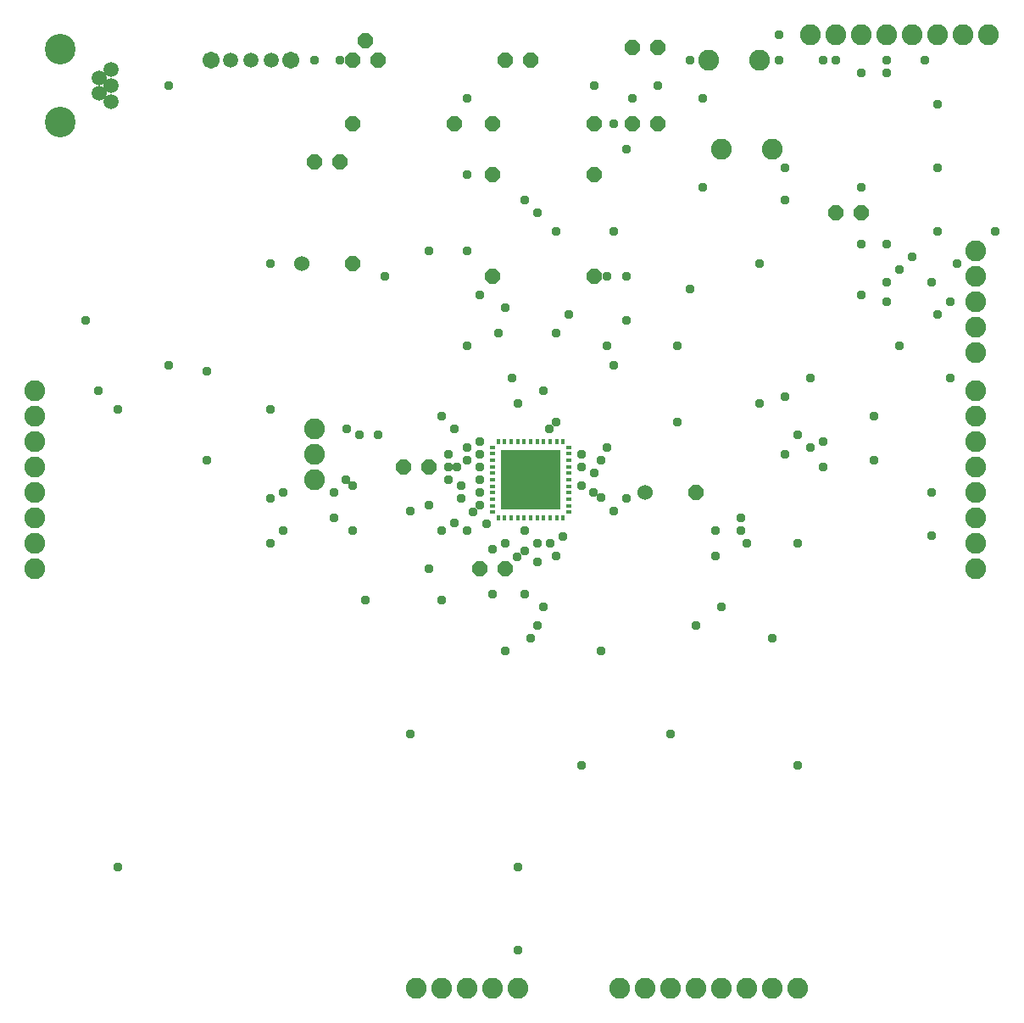
<source format=gbr>
G04 EAGLE Gerber RS-274X export*
G75*
%MOMM*%
%FSLAX34Y34*%
%LPD*%
%INSoldermask Bottom*%
%IPPOS*%
%AMOC8*
5,1,8,0,0,1.08239X$1,22.5*%
G01*
%ADD10P,1.649562X8X202.500000*%
%ADD11P,1.649562X8X22.500000*%
%ADD12C,1.524000*%
%ADD13C,1.511200*%
%ADD14C,3.053200*%
%ADD15P,1.649562X8X112.500000*%
%ADD16R,0.525000X0.400000*%
%ADD17R,0.400000X0.525000*%
%ADD18R,5.925000X5.925000*%
%ADD19C,2.082800*%
%ADD20C,1.711200*%
%ADD21C,0.959600*%


D10*
X419100Y546100D03*
X393700Y546100D03*
X495300Y444500D03*
X469900Y444500D03*
X850900Y800100D03*
X825500Y800100D03*
X520700Y952500D03*
X495300Y952500D03*
D11*
X304800Y850900D03*
X330200Y850900D03*
D12*
X292100Y749300D03*
D11*
X342900Y749300D03*
D12*
X635000Y520700D03*
D11*
X685800Y520700D03*
D13*
X101800Y943100D03*
X101800Y927100D03*
X101800Y911100D03*
X89800Y935100D03*
X89800Y919100D03*
D14*
X50800Y890600D03*
X50800Y963600D03*
D11*
X622300Y965200D03*
X647700Y965200D03*
X622300Y889000D03*
X647700Y889000D03*
X482600Y889000D03*
X584200Y889000D03*
D10*
X444500Y889000D03*
X342900Y889000D03*
D15*
X482600Y736600D03*
X482600Y838200D03*
X584200Y736600D03*
X584200Y838200D03*
D16*
X558575Y565900D03*
X558575Y559400D03*
X558575Y552900D03*
X558575Y546400D03*
X558575Y539900D03*
X558575Y533400D03*
X558575Y526900D03*
X558575Y520400D03*
X558575Y513900D03*
X558575Y507400D03*
X558575Y500900D03*
D17*
X553200Y495525D03*
X546700Y495525D03*
X540200Y495525D03*
X533700Y495525D03*
X527200Y495525D03*
X520700Y495525D03*
X514200Y495525D03*
X507700Y495525D03*
X501200Y495525D03*
X494700Y495525D03*
X488200Y495525D03*
D16*
X482825Y500900D03*
X482825Y507400D03*
X482825Y513900D03*
X482825Y520400D03*
X482825Y526900D03*
X482825Y533400D03*
X482825Y539900D03*
X482825Y546400D03*
X482825Y552900D03*
X482825Y559400D03*
X482825Y565900D03*
D17*
X488200Y571275D03*
X494700Y571275D03*
X501200Y571275D03*
X507700Y571275D03*
X514200Y571275D03*
X520700Y571275D03*
X527200Y571275D03*
X533700Y571275D03*
X540200Y571275D03*
X546700Y571275D03*
X553200Y571275D03*
D18*
X520700Y533400D03*
D19*
X304800Y533400D03*
X304800Y558800D03*
X304800Y584200D03*
X800100Y977900D03*
X825500Y977900D03*
X850900Y977900D03*
X876300Y977900D03*
X901700Y977900D03*
X927100Y977900D03*
X952500Y977900D03*
X977900Y977900D03*
D20*
X281300Y952500D03*
X201300Y952500D03*
D13*
X261300Y952500D03*
X241300Y952500D03*
X221300Y952500D03*
D11*
X368300Y952500D03*
X355600Y971550D03*
X342900Y952500D03*
D19*
X698500Y952500D03*
X749300Y952500D03*
X711200Y863600D03*
X762000Y863600D03*
X965200Y444500D03*
X965200Y469900D03*
X965200Y495300D03*
X965200Y520700D03*
X965200Y546100D03*
X965200Y571500D03*
X965200Y596900D03*
X965200Y622300D03*
X609600Y25400D03*
X635000Y25400D03*
X660400Y25400D03*
X685800Y25400D03*
X711200Y25400D03*
X736600Y25400D03*
X762000Y25400D03*
X787400Y25400D03*
X25400Y622300D03*
X25400Y596900D03*
X25400Y571500D03*
X25400Y546100D03*
X25400Y520700D03*
X25400Y495300D03*
X25400Y469900D03*
X25400Y444500D03*
X406400Y25400D03*
X431800Y25400D03*
X457200Y25400D03*
X482600Y25400D03*
X508000Y25400D03*
X965200Y660400D03*
X965200Y685800D03*
X965200Y711200D03*
X965200Y736600D03*
X965200Y762000D03*
D21*
X825500Y952500D03*
X768350Y952500D03*
X768350Y977900D03*
X812800Y952500D03*
X787400Y469900D03*
X539674Y584124D03*
X787400Y577850D03*
X330200Y952500D03*
X304800Y952500D03*
X622300Y914400D03*
X457200Y914400D03*
X457200Y762000D03*
X457200Y838200D03*
X850900Y825500D03*
X692150Y825500D03*
X692150Y914400D03*
X469900Y533400D03*
X438150Y533400D03*
X438150Y546100D03*
X260350Y603250D03*
X260350Y749300D03*
X107950Y603250D03*
X107950Y146050D03*
X508000Y146050D03*
X527050Y469900D03*
X495300Y469900D03*
X419100Y762000D03*
X590550Y361950D03*
X495300Y361950D03*
X508000Y63500D03*
X584200Y927100D03*
X647700Y927100D03*
X469900Y546100D03*
X447238Y546100D03*
X444500Y584200D03*
X336550Y584200D03*
X336474Y533476D03*
X457200Y552450D03*
X438150Y558800D03*
X431800Y596900D03*
X527050Y800100D03*
X571500Y527050D03*
X457200Y482600D03*
X679450Y952500D03*
X679450Y723900D03*
X431800Y482600D03*
X514350Y482600D03*
X374650Y736600D03*
X368300Y577850D03*
X349250Y577850D03*
X355600Y412750D03*
X431800Y412750D03*
X571500Y558968D03*
X774700Y558800D03*
X774700Y615950D03*
X590550Y552450D03*
X863600Y552450D03*
X863600Y596900D03*
X571500Y546100D03*
X812800Y546100D03*
X812800Y571500D03*
X584200Y539750D03*
X571500Y247650D03*
X787400Y247650D03*
X552450Y476250D03*
X920750Y477238D03*
X920750Y520700D03*
X730250Y495300D03*
X730250Y482600D03*
X704850Y482600D03*
X704850Y457200D03*
X546100Y457200D03*
X539768Y469900D03*
X736600Y469900D03*
X520700Y374650D03*
X762000Y374650D03*
X507430Y456630D03*
X527050Y450850D03*
X527050Y387350D03*
X685800Y387350D03*
X482600Y419100D03*
X514350Y419100D03*
X514350Y462562D03*
X482600Y463550D03*
X476250Y488950D03*
X444500Y489938D03*
X469900Y558800D03*
X469900Y571500D03*
X469900Y717550D03*
X850900Y717550D03*
X850900Y768350D03*
X876300Y768350D03*
X876300Y939800D03*
X850900Y939800D03*
X615950Y863600D03*
X615950Y736600D03*
X457200Y565150D03*
X457200Y666750D03*
X596900Y666750D03*
X596900Y736600D03*
X603250Y889000D03*
X603250Y781050D03*
X546100Y781050D03*
X546100Y679450D03*
X488632Y679450D03*
X495300Y704850D03*
X876300Y711200D03*
X876300Y730250D03*
X920750Y730250D03*
X914400Y952500D03*
X876300Y952500D03*
X501650Y635000D03*
X196850Y641350D03*
X196850Y552450D03*
X508000Y609600D03*
X749300Y609600D03*
X749300Y749300D03*
X901700Y755650D03*
X514350Y812800D03*
X927100Y908050D03*
X774700Y812800D03*
X774700Y844550D03*
X927100Y844550D03*
X946150Y749300D03*
X889000Y742950D03*
X889000Y666750D03*
X666750Y666750D03*
X666750Y590550D03*
X546100Y590550D03*
X558800Y698500D03*
X927100Y698500D03*
X927100Y781050D03*
X984250Y781050D03*
X88900Y622300D03*
X533400Y622300D03*
X583342Y520982D03*
X603250Y501650D03*
X603250Y647700D03*
X158750Y647700D03*
X158750Y927100D03*
X615950Y514350D03*
X615950Y692150D03*
X76200Y692150D03*
X590550Y515338D03*
X711200Y406400D03*
X533700Y406700D03*
X463474Y501574D03*
X400050Y501650D03*
X400050Y279400D03*
X660400Y279400D03*
X450850Y514350D03*
X260350Y514350D03*
X260350Y469900D03*
X469900Y520700D03*
X323850Y495300D03*
X323850Y520700D03*
X419100Y444500D03*
X419100Y508000D03*
X469900Y508000D03*
X450850Y527050D03*
X273050Y520700D03*
X273050Y482600D03*
X342900Y482600D03*
X342900Y527050D03*
X596900Y565150D03*
X800100Y565150D03*
X800100Y635000D03*
X939800Y635000D03*
X939800Y711200D03*
M02*

</source>
